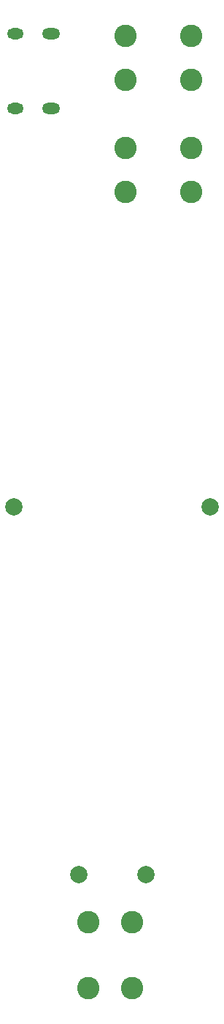
<source format=gbs>
G04 Layer: BottomSolderMaskLayer*
G04 EasyEDA v6.5.47, 2024-12-16 18:16:38*
G04 268b8e850bac467aae997c2779a4d6d9,381f0eae51a44e099b53e3fe18832c3b,10*
G04 Gerber Generator version 0.2*
G04 Scale: 100 percent, Rotated: No, Reflected: No *
G04 Dimensions in millimeters *
G04 leading zeros omitted , absolute positions ,4 integer and 5 decimal *
%FSLAX45Y45*%
%MOMM*%

%ADD10C,2.6016*%
%ADD11C,2.0016*%
%ADD12O,2.1000212X1.3000228*%
%ADD13O,1.9000215999999999X1.3000228*%

%LPD*%
D10*
G01*
X2336800Y558800D03*
G01*
X1828800Y558800D03*
G01*
X2336800Y1320800D03*
G01*
X1828800Y1320800D03*
G01*
X3022600Y11569700D03*
G01*
X3022600Y11061700D03*
G01*
X2260600Y11569700D03*
G01*
X2260600Y11061700D03*
G01*
X3022600Y10274300D03*
G01*
X3022600Y9766300D03*
G01*
X2260600Y10274300D03*
G01*
X2260600Y9766300D03*
D11*
G01*
X1718182Y1875485D03*
G01*
X2498191Y1875485D03*
G01*
X968197Y6125489D03*
G01*
X3248202Y6125489D03*
D12*
G01*
X1401724Y11595785D03*
G01*
X1401724Y10730788D03*
D13*
G01*
X981710Y11595785D03*
G01*
X981710Y10730788D03*
M02*

</source>
